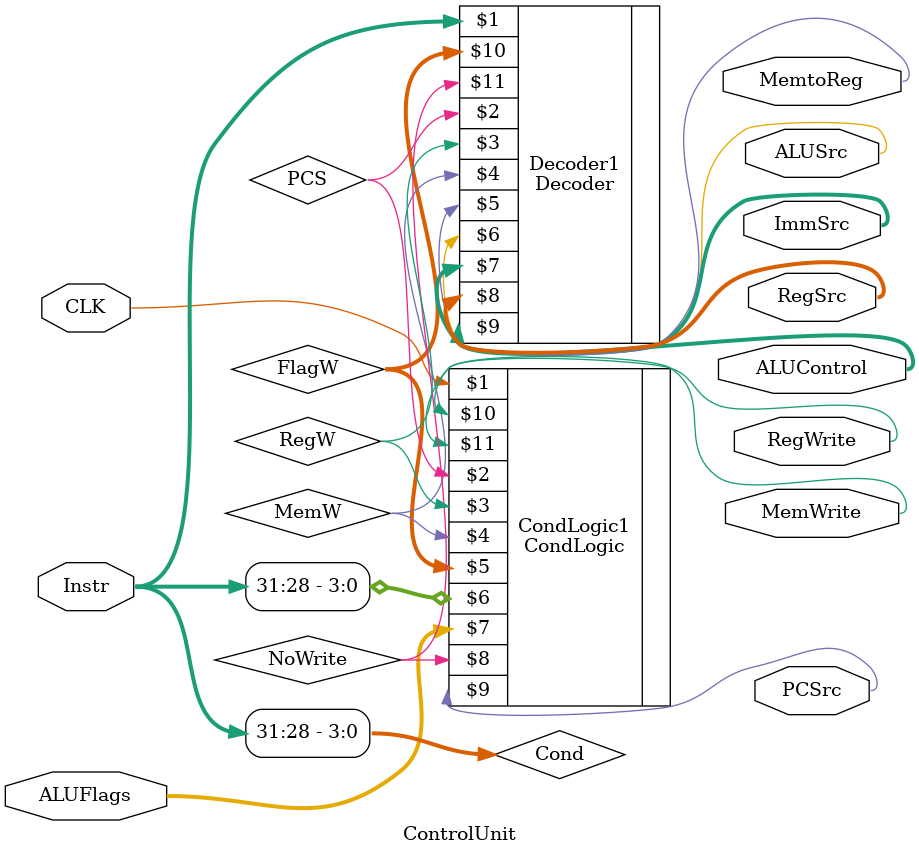
<source format=v>
module ControlUnit(
    input [31:0] Instr,
    input [3:0] ALUFlags,
    input CLK,

    output MemtoReg,
    output MemWrite,
    output ALUSrc,
    output [1:0] ImmSrc,
    output RegWrite,
    output [1:0] RegSrc,
    output [1:0] ALUControl,	
    output PCSrc
    ); 
    
    wire [3:0] Cond;
    wire PCS, RegW, MemW;
    wire [1:0] FlagW;

    assign Cond=Instr[31:28];

    CondLogic CondLogic1(
     CLK,
     PCS,
     RegW,
     MemW,
     FlagW,
     Cond,
     ALUFlags,
     NoWrite,

     PCSrc,
     RegWrite,
     MemWrite
    );

    Decoder Decoder1(
     Instr,
     PCS,
     RegW,
     MemW,
     MemtoReg,
     ALUSrc,
     ImmSrc,
     RegSrc,
     ALUControl,
     FlagW,
     NoWrite
    );
endmodule
</source>
